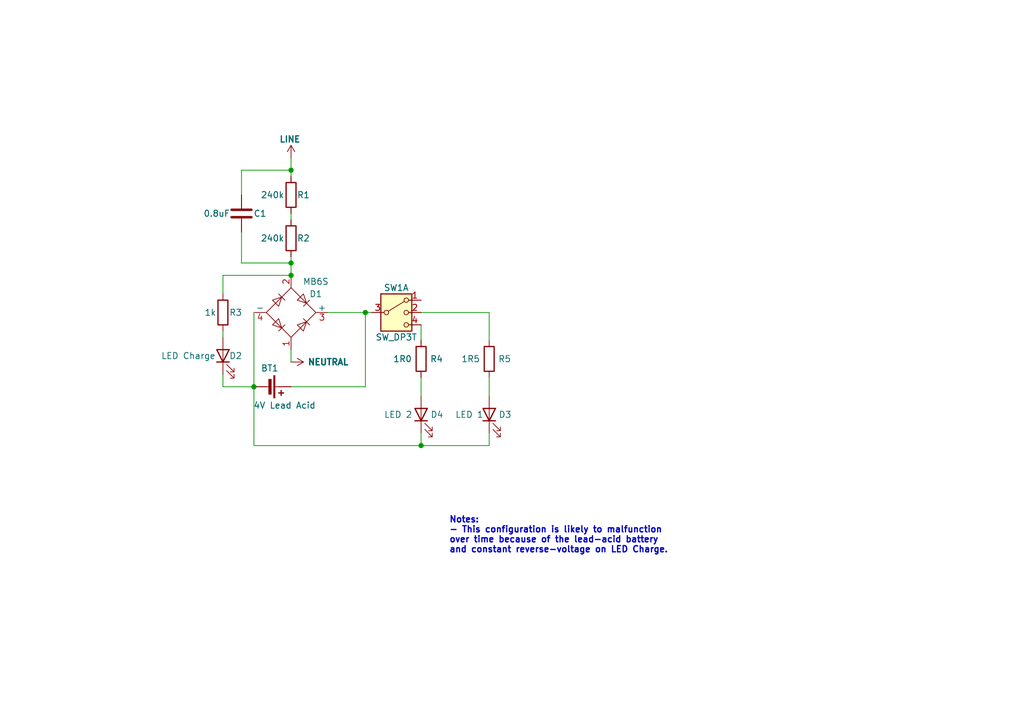
<source format=kicad_sch>
(kicad_sch (version 20250114) (generator "eeschema") (generator_version "9.0")
  (paper "A5")
  (title_block (title "AC Charged LED Torch") (date "2025-08-03") (rev "2") (company "Alperen Yılmaz"))
  (lib_symbols
    (symbol "Device:Battery_Cell" (pin_numbers (hide yes)) (pin_names (offset 0) (hide yes))
      (property "Reference" "BT" (at 2.54 2.54 0))
      (property "Value" "Battery_Cell" (at 2.54 0 0))
      (symbol "Battery_Cell_0_1"
        (rectangle (start -2.286 1.778) (end 2.286 1.524) (fill (type outline)))
        (rectangle (start -1.524 1.016) (end 1.524 0.508) (fill (type outline)))
        (polyline (pts (xy 0 1.778) (xy 0 2.54)))
        (polyline (pts (xy 0 0.762) (xy 0 0)))
        (polyline (pts (xy 0.762 3.048) (xy 1.778 3.048)) (stroke (width 0.254)))
        (polyline (pts (xy 1.27 3.556) (xy 1.27 2.54)) (stroke (width 0.254)))
      )
      (symbol "Battery_Cell_1_1"
        (pin passive line (at 0 5.08 270) (length 2.54) (name "+") (number "1"))
        (pin passive line (at 0 -2.54 90) (length 2.54) (name "-") (number "2"))
      )
    )
    (symbol "Device:C" (pin_numbers (hide yes)) (pin_names (offset 0.254))
      (property "Reference" "C" (at 0.635 2.54 0))
      (property "Value" "C" (at 0.635 -2.54 0))
      (symbol "C_0_1"
        (polyline (pts (xy -2.032 0.762) (xy 2.032 0.762)) (stroke (width 0.508)))
        (polyline (pts (xy -2.032 -0.762) (xy 2.032 -0.762)) (stroke (width 0.508)))
      )
      (symbol "C_1_1"
        (pin passive line (at 0 3.81 270) (length 2.794) (name "~") (number "1"))
        (pin passive line (at 0 -3.81 90) (length 2.794) (name "~") (number "2"))
      )
    )
    (symbol "Device:LED" (pin_numbers (hide yes)) (pin_names (offset 1.016) (hide yes))
      (property "Reference" "D" (at 0 2.54 0))
      (property "Value" "LED" (at 0 -2.54 0))
      (symbol "LED_0_1"
        (polyline (pts (xy -3.048 -0.762) (xy -4.572 -2.286) (xy -3.81 -2.286) (xy -4.572 -2.286) (xy -4.572 -1.524)))
        (polyline (pts (xy -1.778 -0.762) (xy -3.302 -2.286) (xy -2.54 -2.286) (xy -3.302 -2.286) (xy -3.302 -1.524)))
        (polyline (pts (xy -1.27 0) (xy 1.27 0)))
        (polyline (pts (xy -1.27 -1.27) (xy -1.27 1.27)) (stroke (width 0.254)))
        (polyline (pts (xy 1.27 -1.27) (xy 1.27 1.27) (xy -1.27 0) (xy 1.27 -1.27)) (stroke (width 0.254)))
      )
      (symbol "LED_1_1"
        (pin passive line (at -3.81 0 0) (length 2.54) (name "K") (number "1"))
        (pin passive line (at 3.81 0 180) (length 2.54) (name "A") (number "2"))
      )
    )
    (symbol "Device:R" (pin_numbers (hide yes)) (pin_names (offset 0))
      (property "Reference" "R" (at 2.032 0 90))
      (property "Value" "R" (at 0 0 90))
      (symbol "R_0_1"
        (rectangle (start -1.016 -2.54) (end 1.016 2.54) (stroke (width 0.254)))
      )
      (symbol "R_1_1"
        (pin passive line (at 0 3.81 270) (length 1.27) (name "~") (number "1"))
        (pin passive line (at 0 -3.81 90) (length 1.27) (name "~") (number "2"))
      )
    )
    (symbol "Diode_Bridge:MB6S" (pin_names (offset 0))
      (property "Reference" "D" (at 2.54 6.985 0))
      (property "Value" "MB6S" (at 2.54 5.08 0))
      (symbol "MB6S_0_1"
        (polyline (pts (xy -5.08 0) (xy 0 -5.08) (xy 5.08 0) (xy 0 5.08) (xy -5.08 0)))
        (polyline (pts (xy -3.81 2.54) (xy -2.54 1.27) (xy -1.905 3.175) (xy -3.81 2.54)))
        (polyline (pts (xy -2.54 3.81) (xy -1.27 2.54)))
        (polyline (pts (xy -2.54 -1.27) (xy -3.81 -2.54) (xy -1.905 -3.175) (xy -2.54 -1.27)))
        (polyline (pts (xy -1.27 -2.54) (xy -2.54 -3.81)))
        (polyline (pts (xy 1.27 2.54) (xy 2.54 3.81) (xy 3.175 1.905) (xy 1.27 2.54)))
        (polyline (pts (xy 2.54 1.27) (xy 3.81 2.54)))
        (polyline (pts (xy 2.54 -1.27) (xy 3.81 -2.54)))
        (polyline (pts (xy 3.175 -1.905) (xy 1.27 -2.54) (xy 2.54 -3.81) (xy 3.175 -1.905)))
      )
      (symbol "MB6S_1_1"
        (pin passive line (at -7.62 0 0) (length 2.54) (name "-") (number "4"))
        (pin passive line (at 0 7.62 270) (length 2.54) (name "~") (number "2"))
        (pin passive line (at 0 -7.62 90) (length 2.54) (name "~") (number "1"))
        (pin passive line (at 7.62 0 180) (length 2.54) (name "+") (number "3"))
      )
    )
    (symbol "Switch:SW_DP3T" (pin_names (offset 0) (hide yes))
      (property "Reference" "SW" (at 0 5.08 0))
      (property "Value" "SW_DP3T" (at 0 -5.08 0))
      (symbol "SW_DP3T_0_1"
        (rectangle (start -3.175 3.81) (end 3.175 -3.81) (stroke (width 0.254)) (fill (type background)))
        (circle (center -2.032 0) (radius 0.4572))
        (polyline (pts (xy -1.651 0.254) (xy 1.651 2.286)))
        (circle (center 2.032 2.54) (radius 0.4572))
        (circle (center 2.032 0) (radius 0.4572))
        (circle (center 2.032 -2.54) (radius 0.4572))
      )
      (symbol "SW_DP3T_1_1"
        (pin passive line (at -5.08 0 0) (length 2.54) (name "3") (number "3"))
        (pin passive line (at 5.08 2.54 180) (length 2.54) (name "1") (number "1"))
        (pin passive line (at 5.08 0 180) (length 2.54) (name "2") (number "2"))
        (pin passive line (at 5.08 -2.54 180) (length 2.54) (name "4") (number "4"))
      )
      (symbol "SW_DP3T_2_1"
        (pin passive line (at -5.08 0 0) (length 2.54) (name "7") (number "7"))
        (pin passive line (at 5.08 2.54 180) (length 2.54) (name "5") (number "5"))
        (pin passive line (at 5.08 0 180) (length 2.54) (name "6") (number "6"))
        (pin passive line (at 5.08 -2.54 180) (length 2.54) (name "8") (number "8"))
      )
    )
    (symbol "power:LINE" (power) (pin_numbers (hide yes)) (pin_names (offset 0) (hide yes))
      (property "Value" "LINE" (at 0 3.556 0))
      (symbol "LINE_0_1"
        (polyline (pts (xy -0.762 1.27) (xy 0 2.54)))
        (polyline (pts (xy 0 2.54) (xy 0.762 1.27)))
        (polyline (pts (xy 0 0) (xy 0 2.54)))
      )
      (symbol "LINE_1_1"
        (pin power_in line (at 0 0 90) (length 0) (name "~") (number "1"))
      )
    )
    (symbol "power:NEUT" (power) (pin_numbers (hide yes)) (pin_names (offset 0) (hide yes))
      (property "Value" "NEUT" (at 0 3.556 0))
      (symbol "NEUT_0_1"
        (polyline (pts (xy -0.762 1.27) (xy 0 2.54)))
        (polyline (pts (xy 0 2.54) (xy 0.762 1.27)))
        (polyline (pts (xy 0 0) (xy 0 2.54)))
      )
      (symbol "NEUT_1_1"
        (pin power_in line (at 0 0 90) (length 0) (name "~") (number "1"))
      )
    )
  )
  (text "Notes:\n- This configuration is likely to malfunction\nover time because of the lead-acid battery\nand constant reverse-voltage on LED Charge." (at 92.075 106.045 0) (effects (font (size 1.27 1.27) (thickness 0.254) (bold yes)) (justify left top)))
  (junction (at 59.69 34.925))
  (junction (at 74.93 64.135))
  (junction (at 86.36 91.44))
  (junction (at 59.69 56.515))
  (junction (at 52.07 79.375))
  (junction (at 59.69 53.975))
  (wire (pts (xy 52.07 79.375) (xy 45.72 79.375)))
  (wire (pts (xy 74.93 79.375) (xy 74.93 64.135)))
  (wire (pts (xy 49.53 53.975) (xy 59.69 53.975)))
  (wire (pts (xy 59.69 53.975) (xy 59.69 56.515)))
  (wire (pts (xy 86.36 64.135) (xy 100.33 64.135)))
  (wire (pts (xy 59.69 43.815) (xy 59.69 45.085)))
  (wire (pts (xy 49.53 34.925) (xy 59.69 34.925)))
  (wire (pts (xy 49.53 40.005) (xy 49.53 34.925)))
  (wire (pts (xy 100.33 77.47) (xy 100.33 81.28)))
  (wire (pts (xy 67.31 64.135) (xy 74.93 64.135)))
  (wire (pts (xy 45.72 56.515) (xy 59.69 56.515)))
  (wire (pts (xy 59.69 52.705) (xy 59.69 53.975)))
  (wire (pts (xy 52.07 79.375) (xy 52.07 91.44)))
  (wire (pts (xy 59.69 34.925) (xy 59.69 36.195)))
  (wire (pts (xy 45.72 67.945) (xy 45.72 69.215)))
  (wire (pts (xy 59.69 79.375) (xy 74.93 79.375)))
  (wire (pts (xy 74.93 64.135) (xy 76.2 64.135)))
  (wire (pts (xy 52.07 64.135) (xy 52.07 79.375)))
  (wire (pts (xy 45.72 60.325) (xy 45.72 56.515)))
  (wire (pts (xy 86.36 77.47) (xy 86.36 81.28)))
  (wire (pts (xy 86.36 66.675) (xy 86.36 69.85)))
  (wire (pts (xy 45.72 79.375) (xy 45.72 76.835)))
  (wire (pts (xy 86.36 88.9) (xy 86.36 91.44)))
  (wire (pts (xy 59.69 32.385) (xy 59.69 34.925)))
  (wire (pts (xy 100.33 64.135) (xy 100.33 69.85)))
  (wire (pts (xy 100.33 91.44) (xy 86.36 91.44)))
  (wire (pts (xy 59.69 71.755) (xy 59.69 74.295)))
  (wire (pts (xy 100.33 88.9) (xy 100.33 91.44)))
  (wire (pts (xy 49.53 53.975) (xy 49.53 47.625)))
  (wire (pts (xy 86.36 91.44) (xy 52.07 91.44)))
  (symbol (lib_id "Switch:SW_DP3T") (at 81.28 64.135 0) (unit 1)
    (property "Reference" "SW1" (at 81.28 59.055 0))
    (property "Value" "SW_DP3T" (at 81.28 69.215 0))
    (property "Description" "Switch, three position, dual pole triple throw, 3 position switch, SP3T" (effects (hide yes)))
  )
  (symbol (lib_id "Device:LED") (at 100.33 85.09 90) (unit 1)
    (property "Reference" "D3" (at 102.235 85.09 90) (effects (justify right)))
    (property "Value" "LED 1" (at 93.345 85.09 90) (effects (justify right)))
    (property "Description" "Light emitting diode" (effects (hide yes)))
    (property "Sim.Pins" "1=K 2=A" (effects (hide yes)))
  )
  (symbol (lib_id "Device:LED") (at 45.72 73.025 90) (unit 1)
    (property "Reference" "D2" (at 46.99 73.025 90) (effects (justify right)))
    (property "Value" "LED Charge" (at 33.02 73.025 90) (effects (justify right)))
    (property "Description" "Light emitting diode" (effects (hide yes)))
    (property "Sim.Pins" "1=K 2=A" (effects (hide yes)))
  )
  (symbol (lib_id "Device:R") (at 59.69 40.005 0) (unit 1)
    (property "Reference" "R1" (at 62.23 40.005 0))
    (property "Value" "240k" (at 55.88 40.005 0))
    (property "Description" "Resistor" (effects (hide yes)))
  )
  (symbol (lib_id "Device:Battery_Cell") (at 54.61 79.375 270) (unit 1)
    (property "Reference" "BT1" (at 57.15 75.565 90) (effects (justify right)))
    (property "Value" "4V Lead Acid" (at 64.77 83.185 90) (effects (justify right)))
    (property "Description" "Single-cell battery" (effects (hide yes)))
  )
  (symbol (lib_id "Device:C") (at 49.53 43.815 0) (unit 1)
    (property "Reference" "C1" (at 53.34 43.815 0))
    (property "Value" "0.8uF" (at 44.45 43.815 0))
    (property "Description" "Unpolarized capacitor" (effects (hide yes)))
  )
  (symbol (lib_id "Device:R") (at 59.69 48.895 0) (unit 1)
    (property "Reference" "R2" (at 62.23 48.895 0))
    (property "Value" "240k" (at 55.88 48.895 0) (effects (font (thickness 0.1588))))
    (property "Description" "Resistor" (effects (hide yes)))
  )
  (symbol (lib_id "power:LINE") (at 59.69 32.385 0) (unit 1)
    (property "Reference" "#PWR02" (effects (hide yes)))
    (property "Value" "LINE" (at 57.15 28.575 0) (effects (font (thickness 0.254) (bold yes)) (justify left)))
    (property "Description" "Power symbol creates a global label with name \"LINE\"" (effects (hide yes)))
  )
  (symbol (lib_id "Device:LED") (at 86.36 85.09 90) (unit 1)
    (property "Reference" "D4" (at 88.265 85.09 90) (effects (justify right)))
    (property "Value" "LED 2" (at 78.74 85.09 90) (effects (justify right)))
    (property "Description" "Light emitting diode" (effects (hide yes)))
    (property "Sim.Pins" "1=K 2=A" (effects (hide yes)))
  )
  (symbol (lib_id "Diode_Bridge:MB6S") (at 59.69 64.135 0) (unit 1)
    (property "Reference" "D1" (at 64.77 60.325 0))
    (property "Value" "MB6S" (at 64.77 57.785 0))
    (property "Footprint" "Package_TO_SOT_SMD:TO-269AA" (effects (hide yes)))
    (property "Datasheet" "http://www.vishay.com/docs/88573/dfs.pdf" (effects (hide yes)))
    (property "Description" "Miniature Glass Passivated Single-Phase Surface Mount Bridge Rectifiers, 700V Vrms, 1.0A If, DFS SMD package" (effects (hide yes)))
  )
  (symbol (lib_id "Device:R") (at 86.36 73.66 180) (unit 1)
    (property "Reference" "R4" (at 89.535 73.66 0))
    (property "Value" "1R0" (at 82.55 73.66 0) (effects (font (thickness 0.1588))))
    (property "Description" "Resistor" (effects (hide yes)))
  )
  (symbol (lib_id "power:NEUT") (at 59.69 74.295 270) (unit 1)
    (property "Reference" "#PWR01" (effects (hide yes)))
    (property "Value" "NEUTRAL" (at 67.31 74.295 90) (effects (font (thickness 0.254) (bold yes))))
    (property "Description" "Power symbol creates a global label with name \"NEUT\"" (effects (hide yes)))
  )
  (symbol (lib_id "Device:R") (at 100.33 73.66 180) (unit 1)
    (property "Reference" "R5" (at 103.505 73.66 0))
    (property "Value" "1R5" (at 96.52 73.66 0) (effects (font (thickness 0.1588))))
    (property "Description" "Resistor" (effects (hide yes)))
  )
  (symbol (lib_id "Device:R") (at 45.72 64.135 180) (unit 1)
    (property "Reference" "R3" (at 46.99 64.135 0) (effects (justify right)))
    (property "Value" "1k" (at 41.91 64.135 0) (effects (font (thickness 0.1588)) (justify right)))
    (property "Description" "Resistor" (effects (hide yes)))
  )
)
</source>
